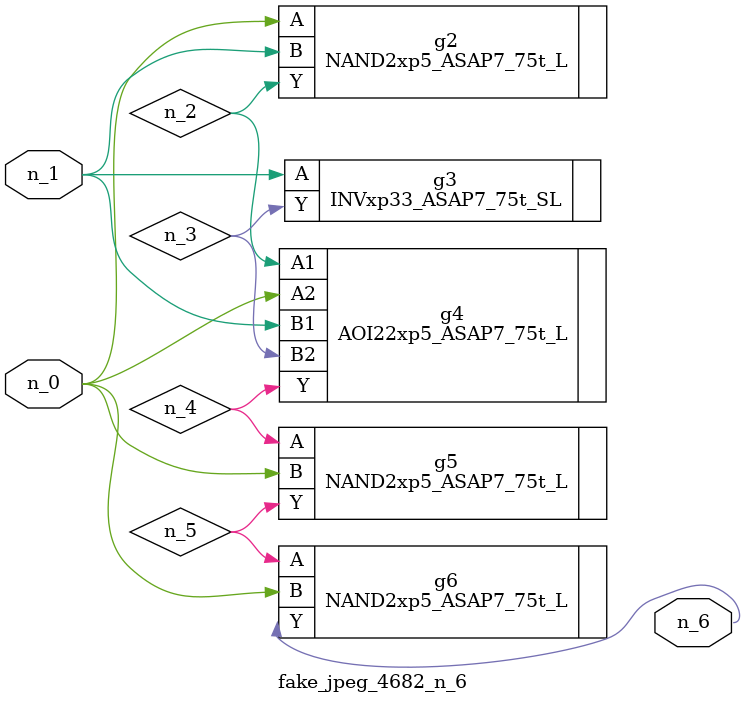
<source format=v>
module fake_jpeg_4682_n_6 (n_0, n_1, n_6);

input n_0;
input n_1;

output n_6;

wire n_3;
wire n_2;
wire n_4;
wire n_5;

NAND2xp5_ASAP7_75t_L g2 ( 
.A(n_0),
.B(n_1),
.Y(n_2)
);

INVxp33_ASAP7_75t_SL g3 ( 
.A(n_1),
.Y(n_3)
);

AOI22xp5_ASAP7_75t_L g4 ( 
.A1(n_2),
.A2(n_0),
.B1(n_1),
.B2(n_3),
.Y(n_4)
);

NAND2xp5_ASAP7_75t_L g5 ( 
.A(n_4),
.B(n_0),
.Y(n_5)
);

NAND2xp5_ASAP7_75t_L g6 ( 
.A(n_5),
.B(n_0),
.Y(n_6)
);


endmodule
</source>
